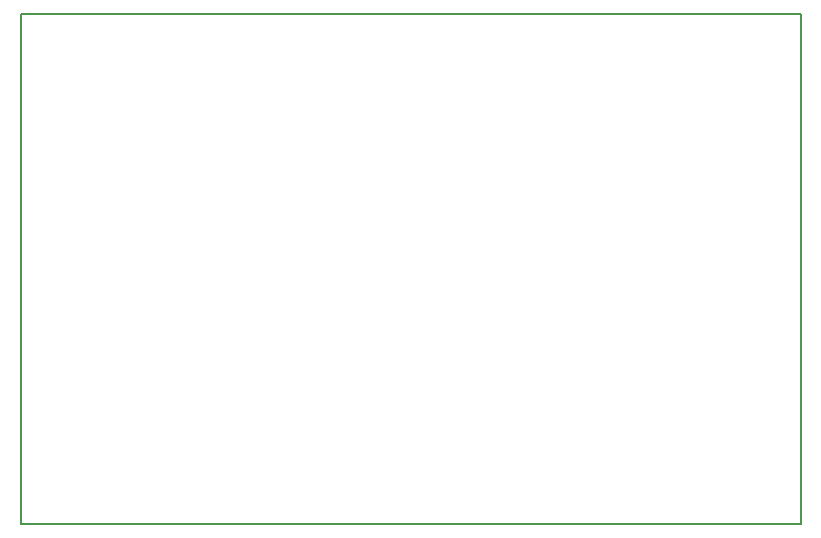
<source format=gm1>
G04 #@! TF.GenerationSoftware,KiCad,Pcbnew,5.0.2-bee76a0~70~ubuntu18.04.1*
G04 #@! TF.CreationDate,2019-03-29T20:37:00+01:00*
G04 #@! TF.ProjectId,TMC2660_mount,544d4332-3636-4305-9f6d-6f756e742e6b,rev?*
G04 #@! TF.SameCoordinates,PX48f7b77PY788f099*
G04 #@! TF.FileFunction,Profile,NP*
%FSLAX46Y46*%
G04 Gerber Fmt 4.6, Leading zero omitted, Abs format (unit mm)*
G04 Created by KiCad (PCBNEW 5.0.2-bee76a0~70~ubuntu18.04.1) date 2019-03-29T20:37:00 CET*
%MOMM*%
%LPD*%
G01*
G04 APERTURE LIST*
%ADD10C,0.200000*%
G04 APERTURE END LIST*
D10*
X0Y43180000D02*
X0Y0D01*
X66040000Y43180000D02*
X0Y43180000D01*
X66040000Y0D02*
X66040000Y43180000D01*
X0Y0D02*
X66040000Y0D01*
M02*

</source>
